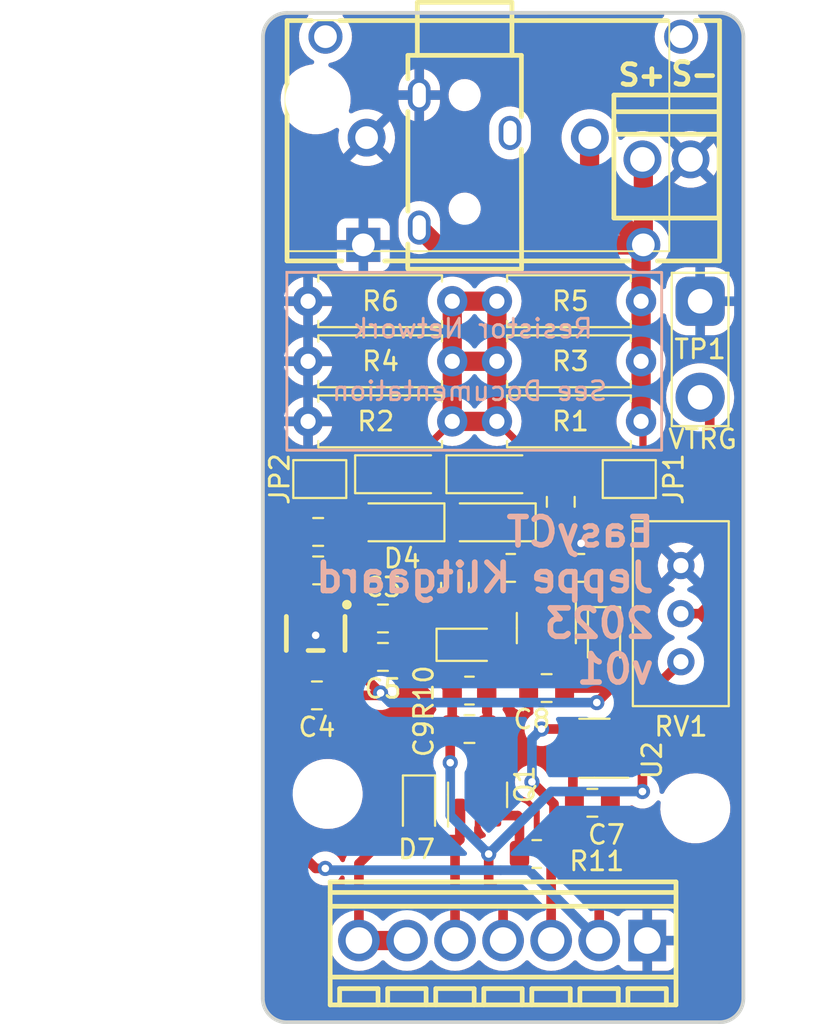
<source format=kicad_pcb>
(kicad_pcb (version 20221018) (generator pcbnew)
  (layers (0 "F.Cu" signal) (31 "B.Cu" signal) (34 "B.Paste" user) (35 "F.Paste" user) (36 "B.SilkS" user "B.Silkscreen") (37 "F.SilkS" user "F.Silkscreen") (38 "B.Mask" user) (39 "F.Mask" user) (44 "Edge.Cuts" user))
  (net 0 "")
  (net 1 "VCC")
  (net 2 "GND")
  (net 3 "+3V0")
  (net 4 "Net-(U1-BP)")
  (net 5 "S_OUT")
  (net 6 "R_B_IN")
  (net 7 "OUT_ANALOG")
  (net 9 "Net-(D1-K)")
  (net 10 "Net-(D3-A)")
  (net 11 "Net-(D5-K)")
  (net 12 "Net-(D6-A)")
  (net 13 "SW_VCC")
  (net 14 "SW_GND")
  (net 15 "OUT_DIGITAL")
  (net 16 "Net-(JP1-A)")
  (net 19 "Net-(Q1-G)")
  (net 20 "Net-(U3--)")
  (net 21 "V_TRIGGER")
  (footprint "EasyCT_Vendored:CONN-TH_XY308-2.54-7P" (layer "F.Cu") (at 104.902 70.612 180)
    (fp_text reference "J2" hide)
    (fp_text value "Screw_Terminal_01x07")
    (pad "1" thru_hole rect (at -7.62 0 180) (size 2 2.2) (drill 1.399997) (layers "*.Cu" "*.Mask") (net 2 "GND"))
    (pad "2" thru_hole circle (at -5.08 0 180) (size 2.2 2.2) (drill 1.399997) (layers "*.Cu" "*.Mask") (net 1 "VCC"))
    (pad "3" thru_hole circle (at -2.54 0 180) (size 2.2 2.2) (drill 1.399997) (layers "*.Cu" "*.Mask") (net 15 "OUT_DIGITAL"))
    (pad "4" thru_hole circle (at 0 0 180) (size 2.2 2.2) (drill 1.399997) (layers "*.Cu" "*.Mask") (net 7 "OUT_ANALOG"))
    (pad "5" thru_hole circle (at 2.54 0 180) (size 2.2 2.2) (drill 1.399997) (layers "*.Cu" "*.Mask") (net 14 "SW_GND"))
    (pad "6" thru_hole circle (at 5.08 0 180) (size 2.2 2.2) (drill 1.399997) (layers "*.Cu" "*.Mask") (net 13 "SW_VCC"))
    (pad "7" thru_hole circle (at 7.62 0 180) (size 2.2 2.2) (drill 1.399997) (layers "*.Cu" "*.Mask") (net 13 "SW_VCC"))
  )
  (footprint "Package_TO_SOT_SMD:SOT-23" (layer "F.Cu") (at 103.5535 62.9135 90)
    (fp_text reference "Q1" (at 0.5565 2.4915 270) (layer "F.SilkS"))
    (fp_text value "IRLML0040TRPbF\n")
    (pad "1" smd roundrect (at -0.9375 -0.95 90) (size 1.475 0.6) (layers "F.Cu" "F.Paste" "F.Mask") (net 14 "SW_GND"))
    (pad "2" smd roundrect (at -0.9375 0.95 90) (size 1.475 0.6) (layers "F.Cu" "F.Paste" "F.Mask") (net 19 "Net-(Q1-G)"))
    (pad "3" smd roundrect (at 0.9375 0 90) (size 1.475 0.6) (layers "F.Cu" "F.Paste" "F.Mask") (net 2 "GND"))
  )
  (footprint "Capacitor_SMD:C_0805_2012Metric" (layer "F.Cu") (at 95.128 49.022 180)
    (fp_text reference "C2" hide)
    (fp_text value "4.7μF")
    (pad "1" smd roundrect (at -0.95 0 180) (size 1 1.45) (layers "F.Cu" "F.Paste" "F.Mask") (net 2 "GND"))
    (pad "2" smd roundrect (at 0.95 0 180) (size 1 1.45) (layers "F.Cu" "F.Paste" "F.Mask") (net 1 "VCC"))
  )
  (footprint "Resistor_THT:R_Axial_DIN0207_L6.3mm_D2.5mm_P7.62mm_Horizontal" (layer "F.Cu") (at 112.194 36.83 180)
    (fp_text reference "R5" (at 3.736 0) (layer "F.SilkS"))
    (fp_text value "R")
    (pad "1" thru_hole circle (at 0 0 180) (size 1.6 1.6) (drill 0.8) (layers "*.Cu" "*.Mask") (net 6 "R_B_IN"))
    (pad "2" thru_hole oval (at 7.62 0 180) (size 1.6 1.6) (drill 0.8) (layers "*.Cu" "*.Mask") (net 16 "Net-(JP1-A)"))
  )
  (footprint "Capacitor_SMD:C_0805_2012Metric" (layer "F.Cu") (at 107.95 47.432 90)
    (fp_text reference "C6" hide)
    (fp_text value "0.1μF")
    (pad "1" smd roundrect (at -0.95 0 90) (size 1 1.45) (layers "F.Cu" "F.Paste" "F.Mask") (net 5 "S_OUT"))
    (pad "2" smd roundrect (at 0.95 0 90) (size 1 1.45) (layers "F.Cu" "F.Paste" "F.Mask") (net 6 "R_B_IN"))
  )
  (footprint "Resistor_THT:R_Axial_DIN0207_L6.3mm_D2.5mm_P7.62mm_Horizontal" (layer "F.Cu") (at 112.194 40.005 180)
    (fp_text reference "R3" (at 3.736 0) (layer "F.SilkS"))
    (fp_text value "R")
    (pad "1" thru_hole circle (at 0 0 180) (size 1.6 1.6) (drill 0.8) (layers "*.Cu" "*.Mask") (net 6 "R_B_IN"))
    (pad "2" thru_hole oval (at 7.62 0 180) (size 1.6 1.6) (drill 0.8) (layers "*.Cu" "*.Mask") (net 16 "Net-(JP1-A)"))
  )
  (footprint "Jumper:SolderJumper-2_P1.3mm_Open_TrianglePad1.0x1.5mm" (layer "F.Cu") (at 95.213 46.228)
    (fp_text reference "JP2" (at -2.122 0 90) (layer "F.SilkS"))
    (fp_text value "SolderJumper_2_Open")
    (pad "1" smd custom (at -0.725 0) (size 0.3 0.3) (layers "F.Cu" "F.Mask") (net 2 "GND") (options (clearance outline) (anchor rect)) (primitives (gr_poly (pts (xy 1 0) (xy 0.5 0.75) (xy -0.5 0.75) (xy -0.5 -0.75) (xy 0.5 -0.75)) (width 0) (fill yes))))
    (pad "2" smd custom (at 0.725 0) (size 0.3 0.3) (layers "F.Cu" "F.Mask") (net 16 "Net-(JP1-A)") (options (clearance outline) (anchor rect)) (primitives (gr_poly (pts (xy 0.5 0.75) (xy -0.65 0.75) (xy -0.15 0) (xy -0.65 -0.75) (xy 0.5 -0.75)) (width 0) (fill yes))))
  )
  (footprint "Resistor_THT:R_Axial_DIN0207_L6.3mm_D2.5mm_P7.62mm_Horizontal" (layer "F.Cu") (at 102.214 43.18 180)
    (fp_text reference "R2" (at 4.043 0) (layer "F.SilkS"))
    (fp_text value "R")
    (pad "1" thru_hole circle (at 0 0 180) (size 1.6 1.6) (drill 0.8) (layers "*.Cu" "*.Mask") (net 16 "Net-(JP1-A)"))
    (pad "2" thru_hole oval (at 7.62 0 180) (size 1.6 1.6) (drill 0.8) (layers "*.Cu" "*.Mask") (net 2 "GND"))
  )
  (footprint "Package_TO_SOT_SMD:SOT-23-5" (layer "F.Cu") (at 109.728 60.452 180)
    (fp_text reference "U2" (at -3.048 -0.635 90) (layer "F.SilkS"))
    (fp_text value "LMV321")
    (pad "1" smd roundrect (at -1.1375 -0.95 180) (size 1.325 0.6) (layers "F.Cu" "F.Paste" "F.Mask") (net 7 "OUT_ANALOG"))
    (pad "2" smd roundrect (at -1.1375 0 180) (size 1.325 0.6) (layers "F.Cu" "F.Paste" "F.Mask") (net 2 "GND"))
    (pad "3" smd roundrect (at -1.1375 0.95 180) (size 1.325 0.6) (layers "F.Cu" "F.Paste" "F.Mask") (net 21 "V_TRIGGER"))
    (pad "4" smd roundrect (at 1.1375 0.95 180) (size 1.325 0.6) (layers "F.Cu" "F.Paste" "F.Mask") (net 15 "OUT_DIGITAL"))
    (pad "5" smd roundrect (at 1.1375 -0.95 180) (size 1.325 0.6) (layers "F.Cu" "F.Paste" "F.Mask") (net 1 "VCC"))
  )
  (footprint "Resistor_SMD:R_0805_2012Metric" (layer "F.Cu") (at 108.966 50.9215 180)
    (fp_text reference "R7" hide)
    (fp_text value "47K")
    (pad "1" smd roundrect (at -0.9125 0 180) (size 1.025 1.4) (layers "F.Cu" "F.Paste" "F.Mask") (roundrect_rratio 0.243902439) (net 5 "S_OUT"))
    (pad "2" smd roundrect (at 0.9125 0 180) (size 1.025 1.4) (layers "F.Cu" "F.Paste" "F.Mask") (roundrect_rratio 0.243902439) (net 11 "Net-(D5-K)"))
  )
  (footprint "EasyCT_Vendored:XFMR-TH_ZMCT118F" (layer "F.Cu") (at 104.914 28.353)
    (fp_text reference "L2" hide)
    (fp_text value "ZMCT118F")
    (pad "1" thru_hole rect (at -7.4 5.5) (size 1.8 1.8) (drill 1.199998) (layers "*.Cu" "*.Paste" "*.Mask") (net 2 "GND"))
    (pad "2" thru_hole circle (at 7.4 5.5) (size 1.8 1.8) (drill 1.199998) (layers "*.Cu" "*.Paste" "*.Mask") (net 6 "R_B_IN"))
    (pad "3" thru_hole circle (at 9.4 -5.5) (size 1.8 1.8) (drill 1.199998) (layers "*.Cu" "*.Paste" "*.Mask"))
    (pad "4" thru_hole circle (at -9.4 -5.5) (size 1.8 1.8) (drill 1.199998) (layers "*.Cu" "*.Paste" "*.Mask"))
  )
  (footprint "Capacitor_SMD:C_0805_2012Metric" (layer "F.Cu") (at 107.2032 57.2715 180)
    (fp_text reference "C8" (at 0.7772 -1.6565) (layer "F.SilkS"))
    (fp_text value "100nF")
    (pad "1" smd roundrect (at -0.95 0 180) (size 1 1.45) (layers "F.Cu" "F.Paste" "F.Mask") (net 3 "+3V0"))
    (pad "2" smd roundrect (at 0.95 0 180) (size 1 1.45) (layers "F.Cu" "F.Paste" "F.Mask") (net 2 "GND"))
  )
  (footprint "EasyCT_Vendored:AUDIO-TH_HOOYA_PJ-320" (layer "F.Cu") (at 102.87 29.44 -90)
    (fp_text reference "CN1" hide)
    (fp_text value "SCT013")
    (pad "" np_thru_hole circle (at -3.5 0 270) (size 1.2 1.2) (drill 1.2) (layers "F&B.Cu" "*.Mask"))
    (pad "" np_thru_hole circle (at 2.5 0 270) (size 1.2 1.2) (drill 1.2) (layers "F&B.Cu" "*.Mask"))
    (pad "2" thru_hole oval (at -1.5 -2.4 180) (size 1.2 1.8) (drill oval 0.700024 1.300023) (layers "*.Cu" "*.Paste" "*.Mask"))
    (pad "3" thru_hole oval (at -3.5 2.4 180) (size 1.2 1.8) (drill oval 0.700024 1.300023) (layers "*.Cu" "*.Paste" "*.Mask") (net 2 "GND"))
    (pad "4" thru_hole oval (at 3.5 2.4 180) (size 1.2 1.8) (drill oval 0.700024 1.300023) (layers "*.Cu" "*.Paste" "*.Mask") (net 6 "R_B_IN"))
  )
  (footprint "Capacitor_SMD:C_0805_2012Metric" (layer "F.Cu") (at 109.6217 63.3324)
    (fp_text reference "C7" (at 0.7413 1.6916) (layer "F.SilkS"))
    (fp_text value "100nF")
    (pad "1" smd roundrect (at -0.95 0) (size 1 1.45) (layers "F.Cu" "F.Paste" "F.Mask") (net 1 "VCC"))
    (pad "2" smd roundrect (at 0.95 0) (size 1 1.45) (layers "F.Cu" "F.Paste" "F.Mask") (net 2 "GND"))
  )
  (footprint "EasyCT:Current_Transformer_CT_ZMCT103C" (layer "F.Cu") (at 94.488 22.987)
    (fp_text reference "L1" hide)
    (fp_text value "ZMCT103C")
    (pad "1" thru_hole circle (at 3.2 5.2) (size 2 2) (drill 1.2) (layers "*.Cu" "*.Mask") (net 2 "GND"))
    (pad "2" thru_hole circle (at 15 5.2) (size 2 2) (drill 1.2) (layers "*.Cu" "*.Mask") (net 6 "R_B_IN"))
  )
  (footprint "Diode_SMD:D_SOD-323" (layer "F.Cu") (at 110.236 54.6055 -90)
    (fp_text reference "D5" hide)
    (fp_text value "1N5819W")
    (pad "1" smd roundrect (at -1.05 0 270) (size 0.6 0.45) (layers "F.Cu" "F.Paste" "F.Mask") (net 11 "Net-(D5-K)"))
    (pad "2" smd roundrect (at 1.05 0 270) (size 0.6 0.45) (layers "F.Cu" "F.Paste" "F.Mask") (net 2 "GND"))
  )
  (footprint "Resistor_SMD:R_0805_2012Metric" (layer "F.Cu") (at 105.3065 50.9215 180)
    (fp_text reference "R8" hide)
    (fp_text value "47K")
    (pad "1" smd roundrect (at -0.9125 0 180) (size 1.025 1.4) (layers "F.Cu" "F.Paste" "F.Mask") (roundrect_rratio 0.243902439) (net 2 "GND"))
    (pad "2" smd roundrect (at 0.9125 0 180) (size 1.025 1.4) (layers "F.Cu" "F.Paste" "F.Mask") (roundrect_rratio 0.243902439) (net 20 "Net-(U3--)"))
  )
  (footprint "TestPoint:TestPoint_2Pads_Pitch5.08mm_Drill1.3mm" (layer "F.Cu") (at 115.316 36.83 -90)
    (fp_text reference "TP1" (at 2.54 0 -180) (layer "F.SilkS"))
    (fp_text value "TestPoint_2Pole")
    (pad "1" thru_hole roundrect (at 0 0 270) (size 2.6 2.6) (drill 1.3) (layers "*.Cu" "*.Mask") (net 2 "GND"))
    (pad "2" thru_hole circle (at 5.08 0 270) (size 2.6 2.6) (drill 1.3) (layers "*.Cu" "*.Mask") (net 21 "V_TRIGGER"))
  )
  (footprint "Diode_SMD:D_SOD-123" (layer "F.Cu") (at 104.267 45.974)
    (fp_text reference "D1" hide)
    (fp_text value "1N4148")
    (pad "1" smd roundrect (at -1.65 0) (size 0.9 1.2) (layers "F.Cu" "F.Paste" "F.Mask") (net 9 "Net-(D1-K)"))
    (pad "2" smd roundrect (at 1.65 0) (size 0.9 1.2) (layers "F.Cu" "F.Paste" "F.Mask") (net 6 "R_B_IN"))
  )
  (footprint "Package_TO_SOT_SMD:SOT-23-5" (layer "F.Cu") (at 107.188 54.102 -90)
    (fp_text reference "U3" hide)
    (fp_text value "LMV321")
    (pad "1" smd roundrect (at -1.1375 -0.95 270) (size 1.325 0.6) (layers "F.Cu" "F.Paste" "F.Mask") (net 11 "Net-(D5-K)"))
    (pad "2" smd roundrect (at -1.1375 0 270) (size 1.325 0.6) (layers "F.Cu" "F.Paste" "F.Mask") (net 2 "GND"))
    (pad "3" smd roundrect (at -1.1375 0.95 270) (size 1.325 0.6) (layers "F.Cu" "F.Paste" "F.Mask") (net 20 "Net-(U3--)"))
    (pad "4" smd roundrect (at 1.1375 0.95 270) (size 1.325 0.6) (layers "F.Cu" "F.Paste" "F.Mask") (net 12 "Net-(D6-A)"))
    (pad "5" smd roundrect (at 1.1375 -0.95 270) (size 1.325 0.6) (layers "F.Cu" "F.Paste" "F.Mask") (net 3 "+3V0"))
  )
  (footprint "EasyCT_Vendored:SOT-23-5_L3.0-W1.7-P0.95-LS2.8-BR" (layer "F.Cu") (at 94.996 54.386 90)
    (fp_text reference "U1" hide)
    (fp_text value "RT9193-30GB")
    (pad "1" smd rect (at 1.3 0.95 90) (size 1 0.6) (layers "F.Cu" "F.Paste" "F.Mask") (net 1 "VCC"))
    (pad "2" smd rect (at 1.3 0 90) (size 1 0.6) (layers "F.Cu" "F.Paste" "F.Mask") (net 2 "GND"))
    (pad "3" smd rect (at 1.3 -0.95 90) (size 1 0.6) (layers "F.Cu" "F.Paste" "F.Mask") (net 1 "VCC"))
    (pad "4" smd rect (at -1.3 -0.95 90) (size 1 0.6) (layers "F.Cu" "F.Paste" "F.Mask") (net 4 "Net-(U1-BP)"))
    (pad "5" smd rect (at -1.3 0.95 90) (size 1 0.6) (layers "F.Cu" "F.Paste" "F.Mask") (net 3 "+3V0"))
  )
  (footprint "Capacitor_SMD:C_0805_2012Metric" (layer "F.Cu") (at 103.124 59.436)
    (fp_text reference "C9" (at -2.413 0.508 90) (layer "F.SilkS"))
    (fp_text value "10μF")
    (pad "1" smd roundrect (at -0.95 0) (size 1 1.45) (layers "F.Cu" "F.Paste" "F.Mask") (net 7 "OUT_ANALOG"))
    (pad "2" smd roundrect (at 0.95 0) (size 1 1.45) (layers "F.Cu" "F.Paste" "F.Mask") (net 2 "GND"))
  )
  (footprint "Capacitor_SMD:C_0805_2012Metric" (layer "F.Cu") (at 95.128 51.054 180)
    (fp_text reference "C1" hide)
    (fp_text value "100nF")
    (pad "1" smd roundrect (at -0.95 0 180) (size 1 1.45) (layers "F.Cu" "F.Paste" "F.Mask") (net 2 "GND"))
    (pad "2" smd roundrect (at 0.95 0 180) (size 1 1.45) (layers "F.Cu" "F.Paste" "F.Mask") (net 1 "VCC"))
  )
  (footprint "Resistor_THT:R_Axial_DIN0207_L6.3mm_D2.5mm_P7.62mm_Horizontal" (layer "F.Cu") (at 102.214 36.83 180)
    (fp_text reference "R6" (at 3.789 0) (layer "F.SilkS"))
    (fp_text value "R")
    (pad "1" thru_hole circle (at 0 0 180) (size 1.6 1.6) (drill 0.8) (layers "*.Cu" "*.Mask") (net 16 "Net-(JP1-A)"))
    (pad "2" thru_hole oval (at 7.62 0 180) (size 1.6 1.6) (drill 0.8) (layers "*.Cu" "*.Mask") (net 2 "GND"))
  )
  (footprint "Diode_SMD:D_SOD-123" (layer "F.Cu") (at 104.265 48.514 180)
    (fp_text reference "D3" hide)
    (fp_text value "1N4148")
    (pad "1" smd roundrect (at -1.65 0 180) (size 0.9 1.2) (layers "F.Cu" "F.Paste" "F.Mask") (net 6 "R_B_IN"))
    (pad "2" smd roundrect (at 1.65 0 180) (size 0.9 1.2) (layers "F.Cu" "F.Paste" "F.Mask") (net 10 "Net-(D3-A)"))
  )
  (footprint "Capacitor_SMD:C_0805_2012Metric" (layer "F.Cu") (at 95.062 57.658 180)
    (fp_text reference "C4" (at 0 -1.68) (layer "F.SilkS"))
    (fp_text value "10nF")
    (pad "1" smd roundrect (at -0.95 0 180) (size 1 1.45) (layers "F.Cu" "F.Paste" "F.Mask") (net 3 "+3V0"))
    (pad "2" smd roundrect (at 0.95 0 180) (size 1 1.45) (layers "F.Cu" "F.Paste" "F.Mask") (net 4 "Net-(U1-BP)"))
  )
  (footprint "Diode_SMD:D_SOD-123" (layer "F.Cu") (at 99.442 45.974)
    (fp_text reference "D2" hide)
    (fp_text value "1N4148")
    (pad "1" smd roundrect (at -1.65 0) (size 0.9 1.2) (layers "F.Cu" "F.Paste" "F.Mask") (net 2 "GND"))
    (pad "2" smd roundrect (at 1.65 0) (size 0.9 1.2) (layers "F.Cu" "F.Paste" "F.Mask") (net 9 "Net-(D1-K)"))
  )
  (footprint "Resistor_SMD:R_0805_2012Metric" (layer "F.Cu") (at 106.68 66.04 180)
    (fp_text reference "R11" (at -3.175 -0.381) (layer "F.SilkS"))
    (fp_text value "1K")
    (pad "1" smd roundrect (at -0.9125 0 180) (size 1.025 1.4) (layers "F.Cu" "F.Paste" "F.Mask") (roundrect_rratio 0.243902439) (net 15 "OUT_DIGITAL"))
    (pad "2" smd roundrect (at 0.9125 0 180) (size 1.025 1.4) (layers "F.Cu" "F.Paste" "F.Mask") (roundrect_rratio 0.243902439) (net 19 "Net-(Q1-G)"))
  )
  (footprint "Diode_SMD:D_SOD-323" (layer "F.Cu") (at 100.457 63.5 -90)
    (fp_text reference "D7" (at 2.286 0.127) (layer "F.SilkS"))
    (fp_text value "1N5819W")
    (pad "1" smd roundrect (at -1.05 0 270) (size 0.6 0.45) (layers "F.Cu" "F.Paste" "F.Mask") (net 13 "SW_VCC"))
    (pad "2" smd roundrect (at 1.05 0 270) (size 0.6 0.45) (layers "F.Cu" "F.Paste" "F.Mask") (net 14 "SW_GND"))
  )
  (footprint "Resistor_THT:R_Axial_DIN0207_L6.3mm_D2.5mm_P7.62mm_Horizontal" (layer "F.Cu") (at 112.194 43.18 180)
    (fp_text reference "R1" (at 3.736 0) (layer "F.SilkS"))
    (fp_text value "R")
    (pad "1" thru_hole circle (at 0 0 180) (size 1.6 1.6) (drill 0.8) (layers "*.Cu" "*.Mask") (net 6 "R_B_IN"))
    (pad "2" thru_hole oval (at 7.62 0 180) (size 1.6 1.6) (drill 0.8) (layers "*.Cu" "*.Mask") (net 16 "Net-(JP1-A)"))
  )
  (footprint "Potentiometer_THT:Potentiometer_Bourns_3296W_Vertical" (layer "F.Cu") (at 114.3 55.88 -90)
    (fp_text reference "RV1" (at 3.429 0) (layer "F.SilkS"))
    (fp_text value "200K")
    (pad "1" thru_hole circle (at 0 0 270) (size 1.44 1.44) (drill 0.8) (layers "*.Cu" "*.Mask") (net 3 "+3V0"))
    (pad "2" thru_hole circle (at -2.54 0 270) (size 1.44 1.44) (drill 0.8) (layers "*.Cu" "*.Mask") (net 21 "V_TRIGGER"))
    (pad "3" thru_hole circle (at -5.08 0 270) (size 1.44 1.44) (drill 0.8) (layers "*.Cu" "*.Mask") (net 2 "GND"))
  )
  (footprint "Capacitor_SMD:C_0805_2012Metric" (layer "F.Cu") (at 98.552 53.594 180)
    (fp_text reference "C3" (at 0 1.651) (layer "F.SilkS"))
    (fp_text value "100nF")
    (pad "1" smd roundrect (at -0.95 0 180) (size 1 1.45) (layers "F.Cu" "F.Paste" "F.Mask") (net 2 "GND"))
    (pad "2" smd roundrect (at 0.95 0 180) (size 1 1.45) (layers "F.Cu" "F.Paste" "F.Mask") (net 3 "+3V0"))
  )
  (footprint "MountingHole:MountingHole_3.2mm_M3" (layer "F.Cu") (at 115.062 63.627)
    (fp_text reference "H2" hide)
    (fp_text value "MountingHole")
    (pad "" np_thru_hole circle (at 0 0) (size 3.2 3.2) (drill 3.2) (layers "*.Cu" "*.Mask"))
  )
  (footprint "MountingHole:MountingHole_3.2mm_M3" (layer "F.Cu") (at 94.996 26.162)
    (fp_text reference "H1" hide)
    (fp_text value "MountingHole")
    (pad "" np_thru_hole circle (at 0 0) (size 3.2 3.2) (drill 3.2) (layers "*.Cu" "*.Mask"))
  )
  (footprint "Resistor_SMD:R_0805_2012Metric" (layer "F.Cu") (at 103.124 57.404)
    (fp_text reference "R10" (at -2.413 0.127 90) (layer "F.SilkS"))
    (fp_text value "1M")
    (pad "1" smd roundrect (at -0.9125 0) (size 1.025 1.4) (layers "F.Cu" "F.Paste" "F.Mask") (roundrect_rratio 0.243902439) (net 7 "OUT_ANALOG"))
    (pad "2" smd roundrect (at 0.9125 0) (size 1.025 1.4) (layers "F.Cu" "F.Paste" "F.Mask") (roundrect_rratio 0.243902439) (net 2 "GND"))
  )
  (footprint "EasyCT_Vendored:CONN-TH_XY308-2.54-2P" (layer "F.Cu") (at 113.538 29.337)
    (fp_text reference "J1" hide)
    (fp_text value "Screw_Terminal_01x02")
    (pad "1" thru_hole circle (at -1.27 0) (size 2 2) (drill 1.300023) (layers "*.Cu" "*.Mask") (net 6 "R_B_IN"))
    (pad "2" thru_hole circle (at 1.27 0) (size 2 2) (drill 1.300023) (layers "*.Cu" "*.Mask") (net 2 "GND"))
  )
  (footprint "MountingHole:MountingHole_3.2mm_M3" (layer "F.Cu") (at 95.631 62.865)
    (fp_text reference "H3" hide)
    (fp_text value "MountingHole")
    (pad "" np_thru_hole circle (at 0 0) (size 3.2 3.2) (drill 3.2) (layers "*.Cu" "*.Mask"))
  )
  (footprint "Resistor_SMD:R_0805_2012Metric" (layer "F.Cu") (at 102.362 51.9375 -90)
    (fp_text reference "R9" hide)
    (fp_text value "47K")
    (pad "1" smd roundrect (at -0.9125 0 270) (size 1.025 1.4) (layers "F.Cu" "F.Paste" "F.Mask") (roundrect_rratio 0.243902439) (net 20 "Net-(U3--)"))
    (pad "2" smd roundrect (at 0.9125 0 270) (size 1.025 1.4) (layers "F.Cu" "F.Paste" "F.Mask") (roundrect_rratio 0.243902439) (net 7 "OUT_ANALOG"))
  )
  (footprint "Capacitor_SMD:C_0805_2012Metric" (layer "F.Cu") (at 98.552 55.626 180)
    (fp_text reference "C5" (at 0 -1.68) (layer "F.SilkS"))
    (fp_text value "4.7μF")
    (pad "1" smd roundrect (at -0.95 0 180) (size 1 1.45) (layers "F.Cu" "F.Paste" "F.Mask") (net 2 "GND"))
    (pad "2" smd roundrect (at 0.95 0 180) (size 1 1.45) (layers "F.Cu" "F.Paste" "F.Mask") (net 3 "+3V0"))
  )
  (footprint "Resistor_THT:R_Axial_DIN0207_L6.3mm_D2.5mm_P7.62mm_Horizontal" (layer "F.Cu") (at 102.214 40.005 180)
    (fp_text reference "R4" (at 3.789 0) (layer "F.SilkS"))
    (fp_text value "R")
    (pad "1" thru_hole circle (at 0 0 180) (size 1.6 1.6) (drill 0.8) (layers "*.Cu" "*.Mask") (net 16 "Net-(JP1-A)"))
    (pad "2" thru_hole oval (at 7.62 0 180) (size 1.6 1.6) (drill 0.8) (layers "*.Cu" "*.Mask") (net 2 "GND"))
  )
  (footprint "Diode_SMD:D_SOD-123" (layer "F.Cu") (at 99.44 48.514 180)
    (fp_text reference "D4" (at -0.128 -1.905) (layer "F.SilkS"))
    (fp_text value "1N4148")
    (pad "1" smd roundrect (at -1.65 0 180) (size 0.9 1.2) (layers "F.Cu" "F.Paste" "F.Mask") (net 10 "Net-(D3-A)"))
    (pad "2" smd roundrect (at 1.65 0 180) (size 0.9 1.2) (layers "F.Cu" "F.Paste" "F.Mask") (net 2 "GND"))
  )
  (footprint "Diode_SMD:D_SOD-323" (layer "F.Cu") (at 102.996 54.9855)
    (fp_text reference "D6" hide)
    (fp_text value "1N5819W")
    (pad "1" smd roundrect (at -1.05 0) (size 0.6 0.45) (layers "F.Cu" "F.Paste" "F.Mask") (net 7 "OUT_ANALOG"))
    (pad "2" smd roundrect (at 1.05 0) (size 0.6 0.45) (layers "F.Cu" "F.Paste" "F.Mask") (net 12 "Net-(D6-A)"))
  )
  (footprint "Jumper:SolderJumper-2_P1.3mm_Open_TrianglePad1.0x1.5mm" (layer "F.Cu") (at 111.5706 46.228)
    (fp_text reference "JP1" (at 2.3484 0 90) (layer "F.SilkS"))
    (fp_text value "SolderJumper_2_Open")
    (pad "1" smd custom (at -0.725 0) (size 0.3 0.3) (layers "F.Cu" "F.Mask") (net 16 "Net-(JP1-A)") (options (clearance outline) (anchor rect)) (primitives (gr_poly (pts (xy 1 0) (xy 0.5 0.75) (xy -0.5 0.75) (xy -0.5 -0.75) (xy 0.5 -0.75)) (width 0) (fill yes))))
    (pad "2" smd custom (at 0.725 0) (size 0.3 0.3) (layers "F.Cu" "F.Mask") (net 6 "R_B_IN") (options (clearance outline) (anchor rect)) (primitives (gr_poly (pts (xy 0.5 0.75) (xy -0.65 0.75) (xy -0.15 0) (xy -0.65 -0.75) (xy 0.5 -0.75)) (width 0) (fill yes))))
  )
  (gr_rect (start 93.472 35.306) (end 113.284 44.704) (stroke (width 0.15)) (fill none) (layer "B.SilkS"))
  (gr_line (start 92.202 73.66) (end 92.211026 22.869026) (stroke (width 0.2)) (layer "Edge.Cuts"))
  (gr_arc (start 92.211026 22.869026) (mid 92.583 21.971) (end 93.481026 21.599026) (stroke (width 0.2)) (layer "Edge.Cuts"))
  (gr_line (start 93.481026 21.599026) (end 116.332 21.59) (stroke (width 0.2)) (layer "Edge.Cuts"))
  (gr_line (start 117.602 22.86) (end 117.602 73.66) (stroke (width 0.2)) (layer "Edge.Cuts"))
  (gr_arc (start 117.602 73.66) (mid 117.230026 74.558026) (end 116.332 74.93) (stroke (width 0.2)) (layer "Edge.Cuts"))
  (gr_line (start 116.332 74.93) (end 93.472 74.93) (stroke (width 0.2)) (layer "Edge.Cuts"))
  (gr_arc (start 93.472 74.93) (mid 92.573974 74.558026) (end 92.202 73.66) (stroke (width 0.2)) (layer "Edge.Cuts"))
  (gr_arc (start 116.332 21.59) (mid 117.230026 21.961974) (end 117.602 22.86) (stroke (width 0.2)) (layer "Edge.Cuts"))
  (gr_text "Resistor Network\n" (at 109.728 38.862) (layer "B.SilkS") (effects (font (size 1 1)) (justify left bottom mirror)))
  (gr_text "EasyCT\nJeppe Klitgaard\n2023\nv01" (at 113.03 57.15) (layer "B.SilkS") (effects (font (size 1.5 1.5) (thickness 0.3) bold) (justify left bottom mirror)))
  (gr_text "See Documentation" (at 110.49 42.164) (layer "B.SilkS") (effects (font (size 1 1)) (justify left bottom mirror)))
  (gr_text "VTRG" (at 113.538 44.704) (layer "F.SilkS") (effects (font (size 1 1)) (justify left bottom)))
  (gr_text "S-" (at 113.665 25.527) (layer "F.SilkS") (effects (font (size 1.2 1.1) (thickness 0.25) bold) (justify left bottom)))
  (gr_text "S+" (at 110.871 25.527) (layer "F.SilkS") (effects (font (size 1.1 1.1) (thickness 0.25) bold) (justify left bottom)))
  (segment (start 108.5905 62.23) (end 108.5905 63.2512) (width 0.508) (layer "F.Cu") (net 1))
  (segment (start 108.6717 64.7297) (end 108.6717 63.3324) (width 0.508) (layer "F.Cu") (net 1))
  (segment (start 92.964 53.086) (end 92.964 51.054) (width 0.508) (layer "F.Cu") (net 1))
  (segment (start 92.964 59.182) (end 92.964 64.77) (width 0.508) (layer "F.Cu") (net 1))
  (segment (start 95.946 53.086) (end 95.946 52.205) (width 0.381) (layer "F.Cu") (net 1))
  (segment (start 94.0555 52.1955) (end 94.046 52.205) (width 0.381) (layer "F.Cu") (net 1))
  (segment (start 108.5905 63.2512) (end 108.6717 63.3324) (width 0.508) (layer "F.Cu") (net 1))
  (segment (start 92.964 51.054) (end 92.964 49.53) (width 0.508) (layer "F.Cu") (net 1))
  (segment (start 94.046 52.205) (end 94.046 53.086) (width 0.381) (layer "F.Cu") (net 1))
  (segment (start 109.982 66.04) (end 108.6717 64.7297) (width 0.508) (layer "F.Cu") (net 1))
  (segment (start 92.964 64.77) (end 94.996 66.802) (width 0.508) (layer "F.Cu") (net 1))
  (segment (start 92.964 49.53) (end 93.472 49.022) (width 0.508) (layer "F.Cu") (net 1))
  (segment (start 92.964 59.182) (end 92.964 53.086) (width 0.508) (layer "F.Cu") (net 1))
  (segment (start 94.996 66.802) (end 95.504 66.802) (width 0.508) (layer "F.Cu") (net 1))
  (segment (start 108.5905 61.402) (end 108.5905 62.23) (width 0.508) (layer "F.Cu") (net 1))
  (segment (start 95.9365 52.1955) (end 94.0555 52.1955) (width 0.381) (layer "F.Cu") (net 1))
  (segment (start 94.178 51.054) (end 92.964 51.054) (width 0.508) (layer "F.Cu") (net 1))
  (segment (start 94.046 53.086) (end 92.964 53.086) (width 0.508) (layer "F.Cu") (net 1))
  (segment (start 109.982 70.612) (end 109.982 66.04) (width 0.508) (layer "F.Cu") (net 1))
  (segment (start 95.946 52.205) (end 95.9365 52.1955) (width 0.381) (layer "F.Cu") (net 1))
  (segment (start 93.472 49.022) (end 94.178 49.022) (width 0.508) (layer "F.Cu") (net 1))
  (via (at 95.504 66.802) (size 0.8) (drill 0.4) (layers "F.Cu" "B.Cu") (net 1))
  (segment (start 104.775 66.894) (end 106.264 66.894) (width 0.508) (layer "B.Cu") (net 1))
  (segment (start 95.596 66.894) (end 104.775 66.894) (width 0.508) (layer "B.Cu") (net 1))
  (segment (start 95.504 66.802) (end 95.596 66.894) (width 0.508) (layer "B.Cu") (net 1))
  (segment (start 106.264 66.894) (end 109.982 70.612) (width 0.508) (layer "B.Cu") (net 1))
  (segment (start 106.219 50.9215) (end 107.514984 49.625516) (width 0.508) (layer "F.Cu") (net 2))
  (segment (start 107.779815 54.123) (end 108.538185 54.123) (width 0.508) (layer "F.Cu") (net 2))
  (segment (start 107.188 52.9645) (end 107.188 53.531185) (width 0.508) (layer "F.Cu") (net 2))
  (segment (start 107.188 53.531185) (end 107.779815 54.123) (width 0.508) (layer "F.Cu") (net 2))
  (segment (start 110.070685 55.6555) (end 108.538185 54.123) (width 0.508) (layer "F.Cu") (net 2))
  (segment (start 107.188 51.8905) (end 106.219 50.9215) (width 0.508) (layer "F.Cu") (net 2))
  (segment (start 94.996 53.086) (end 94.996 54.483) (width 0.508) (layer "F.Cu") (net 2))
  (segment (start 107.514984 49.625516) (end 109.025 49.625516) (width 0.508) (layer "F.Cu") (net 2))
  (segment (start 107.188 52.9645) (end 107.188 51.8905) (width 0.508) (layer "F.Cu") (net 2))
  (segment (start 110.236 55.6555) (end 110.070685 55.6555) (width 0.508) (layer "F.Cu") (net 2))
  (via (at 109.025 49.625516) (size 0.8) (drill 0.4) (layers "F.Cu" "B.Cu") (net 2))
  (via (at 94.996 54.483) (size 0.8) (drill 0.4) (layers "F.Cu" "B.Cu") (net 2))
  (segment (start 108.1532 57.2715) (end 108.1532 55.2547) (width 0.508) (layer "F.Cu") (net 3))
  (segment (start 112.9085 57.2715) (end 110.6225 57.2715) (width 0.508) (layer "F.Cu") (net 3))
  (segment (start 95.946 55.686) (end 95.946 57.592) (width 0.508) (layer "F.Cu") (net 3))
  (segment (start 97.602 56.708) (end 98.425 57.531) (width 0.508) (layer "F.Cu") (net 3))
  (segment (start 97.602 55.626) (end 96.006 55.626) (width 0.508) (layer "F.Cu") (net 3))
  (segment (start 97.602 53.594) (end 97.602 55.626) (width 0.508) (layer "F.Cu") (net 3))
  (segment (start 96.012 57.216) (end 97.602 55.626) (width 0.508) (layer "F.Cu") (net 3))
  (segment (start 110.6225 57.2715) (end 109.855 58.039) (width 0.508) (layer "F.Cu") (net 3))
  (segment (start 96.012 57.658) (end 98.298 57.658) (width 0.508) (layer "F.Cu") (net 3))
  (segment (start 97.602 55.626) (end 97.602 56.708) (width 0.508) (layer "F.Cu") (net 3))
  (segment (start 112.9085 57.2715) (end 108.1532 57.2715) (width 0.508) (layer "F.Cu") (net 3))
  (segment (start 96.006 55.626) (end 95.946 55.686) (width 0.508) (layer "F.Cu") (net 3))
  (segment (start 114.3 55.88) (end 112.9085 57.2715) (width 0.508) (layer "F.Cu") (net 3))
  (segment (start 108.1532 55.2547) (end 108.138 55.2395) (width 0.508) (layer "F.Cu") (net 3))
  (segment (start 96.012 57.658) (end 96.012 57.216) (width 0.508) (layer "F.Cu") (net 3))
  (segment (start 98.298 57.658) (end 98.425 57.531) (width 0.508) (layer "F.Cu") (net 3))
  (segment (start 95.946 57.592) (end 96.012 57.658) (width 0.508) (layer "F.Cu") (net 3))
  (via (at 109.855 58.039) (size 0.8) (drill 0.4) (layers "F.Cu" "B.Cu") (net 3))
  (via (at 98.425 57.531) (size 0.8) (drill 0.4) (layers "F.Cu" "B.Cu") (net 3))
  (segment (start 109.855 58.039) (end 98.933 58.039) (width 0.508) (layer "B.Cu") (net 3))
  (segment (start 98.933 58.039) (end 98.425 57.531) (width 0.508) (layer "B.Cu") (net 3))
  (segment (start 94.046 55.686) (end 94.046 57.592) (width 0.508) (layer "F.Cu") (net 4))
  (segment (start 94.046 57.592) (end 94.112 57.658) (width 0.508) (layer "F.Cu") (net 4))
  (segment (start 109.088 48.382) (end 107.95 48.382) (width 0.508) (layer "F.Cu") (net 5))
  (segment (start 109.8785 49.1725) (end 109.088 48.382) (width 0.508) (layer "F.Cu") (net 5))
  (segment (start 109.8785 50.9215) (end 109.8785 49.1725) (width 0.508) (layer "F.Cu") (net 5))
  (segment (start 105.915 48.514) (end 105.915 45.976) (width 0.508) (layer "F.Cu") (net 6))
  (segment (start 112.194 40.005) (end 112.194 43.18) (width 1.016) (layer "F.Cu") (net 6))
  (segment (start 112.2956 46.228) (end 112.2956 43.2816) (width 0.381) (layer "F.Cu") (net 6))
  (segment (start 105.917 45.974) (end 107.442 45.974) (width 0.508) (layer "F.Cu") (net 6))
  (segment (start 105.915 48.009) (end 107.442 46.482) (width 0.508) (layer "F.Cu") (net 6))
  (segment (start 112.194 36.83) (end 112.194 33.966) (width 1.016) (layer "F.Cu") (net 6))
  (segment (start 111.76 47.752) (end 112.2996 47.2124) (width 0.508) (layer "F.Cu") (net 6))
  (segment (start 107.442 45.974) (end 107.95 46.482) (width 0.508) (layer "F.Cu") (net 6))
  (segment (start 112.194 36.83) (end 112.194 40.005) (width 1.016) (layer "F.Cu") (net 6))
  (segment (start 112.314 33.853) (end 112.314 29.383) (width 1.016) (layer "F.Cu") (net 6))
  (segment (start 109.22 33.86) (end 110.49 33.86) (width 1.016) (layer "F.Cu") (net 6))
  (segment (start 105.915 45.976) (end 105.917 45.974) (width 0.508) (layer "F.Cu") (net 6))
  (segment (start 112.314 29.383) (end 112.268 29.337) (width 1.016) (layer "F.Cu") (net 6))
  (segment (start 112.2996 47.2124) (end 112.2996 46.228) (width 0.508) (layer "F.Cu") (net 6))
  (segment (start 101.39 33.86) (end 109.22 33.86) (width 1.016) (layer "F.Cu") (net 6))
  (segment (start 108.189264 46.482) (end 109.459264 47.752) (width 0.508) (layer "F.Cu") (net 6))
  (segment (start 109.459264 47.752) (end 111.76 47.752) (width 0.508) (layer "F.Cu") (net 6))
  (segment (start 107.95 46.482) (end 108.189264 46.482) (width 0.508) (layer "F.Cu") (net 6))
  (segment (start 109.474 31.034) (end 112.3 33.86) (width 1.016) (layer "F.Cu") (net 6))
  (segment (start 109.474 28.194) (end 109.474 31.034) (width 1.016) (layer "F.Cu") (net 6))
  (segment (start 110.49 33.86) (end 112.3 33.86) (width 1.016) (layer "F.Cu") (net 6))
  (segment (start 107.442 46.482) (end 107.95 46.482) (width 0.508) (layer "F.Cu") (net 6))
  (segment (start 105.915 48.514) (end 105.915 48.009) (width 0.508) (layer "F.Cu") (net 6))
  (segment (start 112.2956 43.2816) (end 112.194 43.18) (width 0.381) (layer "F.Cu") (net 6))
  (segment (start 100.47 32.94) (end 101.39 33.86) (width 1.016) (layer "F.Cu") (net 6))
  (segment (start 112.268 61.722) (end 111.948 61.402) (width 0.508) (layer "F.Cu") (net 7))
  (segment (start 102.108 57.404) (end 101.346 56.642) (width 0.508) (layer "F.Cu") (net 7))
  (segment (start 102.362 52.85) (end 101.836 52.85) (width 0.508) (layer "F.Cu") (net 7))
  (segment (start 101.346 53.34) (end 101.346 54.9855) (width 0.508) (layer "F.Cu") (net 7))
  (segment (start 111.948 61.402) (end 110.8655 61.402) (width 0.508) (layer "F.Cu") (net 7))
  (segment (start 101.346 56.642) (end 101.346 54.9855) (width 0.508) (layer "F.Cu") (net 7))
  (segment (start 102.2115 57.404) (end 102.2115 59.3985) (width 0.508) (layer "F.Cu") (net 7))
  (segment (start 104.902 68.326) (end 104.14 67.564) (width 0.508) (layer "F.Cu") (net 7))
  (segment (start 101.836 52.85) (end 101.346 53.34) (width 0.508) (layer "F.Cu") (net 7))
  (segment (start 102.2115 59.3985) (end 102.174 59.436) (width 0.508) (layer "F.Cu") (net 7))
  (segment (start 102.2115 57.404) (end 102.108 57.404) (width 0.508) (layer "F.Cu") (net 7))
  (segment (start 101.946 54.9855) (end 101.346 54.9855) (width 0.508) (layer "F.Cu") (net 7))
  (segment (start 112.268 62.738) (end 112.268 61.722) (width 0.508) (layer "F.Cu") (net 7))
  (segment (start 102.108 59.502) (end 102.174 59.436) (width 0.508) (layer "F.Cu") (net 7))
  (segment (start 102.108 61.214) (end 102.108 59.502) (width 0.508) (layer "F.Cu") (net 7))
  (segment (start 104.14 67.564) (end 104.14 66.04) (width 0.508) (layer "F.Cu") (net 7))
  (segment (start 104.902 70.612) (end 104.902 68.326) (width 0.508) (layer "F.Cu") (net 7))
  (via (at 112.268 62.738) (size 0.8) (drill 0.4) (layers "F.Cu" "B.Cu") (net 7))
  (via (at 102.108 61.214) (size 0.8) (drill 0.4) (layers "F.Cu" "B.Cu") (net 7))
  (via (at 104.14 66.04) (size 0.8) (drill 0.4) (layers "F.Cu" "B.Cu") (net 7))
  (segment (start 107.442 62.738) (end 112.268 62.738) (width 0.508) (layer "B.Cu") (net 7))
  (segment (start 102.108 64.008) (end 102.108 61.214) (width 0.508) (layer "B.Cu") (net 7))
  (segment (start 104.14 66.04) (end 102.108 64.008) (width 0.508) (layer "B.Cu") (net 7))
  (segment (start 104.14 66.04) (end 107.442 62.738) (width 0.508) (layer "B.Cu") (net 7))
  (segment (start 102.617 45.974) (end 101.092 45.974) (width 0.508) (layer "F.Cu") (net 9))
  (segment (start 102.615 48.514) (end 101.09 48.514) (width 0.508) (layer "F.Cu") (net 10))
  (segment (start 108.138 51.006) (end 108.0535 50.9215) (width 0.508) (layer "F.Cu") (net 11))
  (segment (start 110.236 53.2185) (end 109.982 52.9645) (width 0.508) (layer "F.Cu") (net 11))
  (segment (start 110.236 53.5555) (end 110.236 53.2185) (width 0.508) (layer "F.Cu") (net 11))
  (segment (start 108.138 52.9645) (end 109.982 52.9645) (width 0.508) (layer "F.Cu") (net 11))
  (segment (start 109.982 52.9645) (end 110.227 52.9645) (width 0.508) (layer "F.Cu") (net 11))
  (segment (start 108.138 52.9645) (end 108.138 51.006) (width 0.508) (layer "F.Cu") (net 11))
  (segment (start 105.8515 55.626) (end 106.238 55.2395) (width 0.508) (layer "F.Cu") (net 12))
  (segment (start 104.046 54.9855) (end 104.2615 54.9855) (width 0.508) (layer "F.Cu") (net 12))
  (segment (start 104.902 55.626) (end 105.8515 55.626) (width 0.508) (layer "F.Cu") (net 12))
  (segment (start 104.2615 54.9855) (end 104.902 55.626) (width 0.508) (layer "F.Cu") (net 12))
  (segment (start 97.282 66.548) (end 98.679 65.151) (width 0.508) (layer "F.Cu") (net 13))
  (segment (start 100.457 61.976) (end 100.457 62.45) (width 0.508) (layer "F.Cu") (net 13))
  (segment (start 98.679 62.611) (end 99.44 61.85) (width 0.508) (layer "F.Cu") (net 13))
  (segment (start 97.282 70.612) (end 97.282 66.548) (width 0.508) (layer "F.Cu") (net 13))
  (segment (start 100.331 61.85) (end 100.457 61.976) (width 0.508) (layer "F.Cu") (net 13))
  (segment (start 99.822 70.612) (end 97.282 70.612) (width 1.016) (layer "F.Cu") (net 13))
  (segment (start 99.44 61.85) (end 100.331 61.85) (width 0.508) (layer "F.Cu") (net 13))
  (segment (start 98.679 65.151) (end 98.679 62.611) (width 0.508) (layer "F.Cu") (net 13))
  (segment (start 101.854 65.278) (end 100.585 65.278) (width 0.508) (layer "F.Cu") (net 14))
  (segment (start 102.362 65.786) (end 101.854 65.278) (width 0.508) (layer "F.Cu") (net 14))
  (segment (start 101.854 65.278) (end 102.616 65.278) (width 0.508) (layer "F.Cu") (net 14))
  (segment (start 100.457 65.15) (end 100.457 64.55) (width 0.508) (layer "F.Cu") (net 14))
  (segment (start 102.616 65.278) (end 102.616 63.8635) (width 0.508) (layer "F.Cu") (net 14))
  (segment (start 100.585 65.278) (end 100.457 65.15) (width 0.508) (layer "F.Cu") (net 14))
  (segment (start 102.362 65.532) (end 102.616 65.278) (width 0.508) (layer "F.Cu") (net 14))
  (segment (start 102.616 63.8635) (end 102.6035 63.851) (width 0.508) (layer "F.Cu") (net 14))
  (segment (start 102.362 70.612) (end 102.362 65.786) (width 0.508) (layer "F.Cu") (net 14))
  (segment (start 102.362 65.786) (end 102.362 65.532) (width 0.508) (layer "F.Cu") (net 14))
  (segment (start 107.442 66.1905) (end 107.5925 66.04) (width 0.508) (layer "F.Cu") (net 15))
  (segment (start 107.5925 66.04) (end 107.5925 63.3965) (width 0.508) (layer "F.Cu") (net 15))
  (segment (start 107.442 70.612) (end 107.442 66.1905) (width 0.508) (layer "F.Cu") (net 15))
  (segment (start 106.934 59.436) (end 108.5245 59.436) (width 0.508) (layer "F.Cu") (net 15))
  (segment (start 108.5245 59.436) (end 108.5905 59.502) (width 0.508) (layer "F.Cu") (net 15))
  (segment (start 107.5925 63.3965) (end 106.426 62.23) (width 0.508) (layer "F.Cu") (net 15))
  (via (at 106.426 62.23) (size 0.8) (drill 0.4) (layers "F.Cu" "B.Cu") (net 15))
  (via (at 106.934 59.436) (size 0.8) (drill 0.4) (layers "F.Cu" "B.Cu") (net 15))
  (segment (start 106.426 62.23) (end 106.426 59.944) (width 0.508) (layer "B.Cu") (net 15))
  (segment (start 106.426 59.944) (end 106.934 59.436) (width 0.508) (layer "B.Cu") (net 15))
  (segment (start 104.574 43.18) (end 104.574 40.005) (width 1.016) (layer "F.Cu") (net 16))
  (segment (start 110.8456 46.228) (end 109.855 46.228) (width 0.381) (layer "F.Cu") (net 16))
  (segment (start 102.214 40.005) (end 102.214 43.18) (width 1.016) (layer "F.Cu") (net 16))
  (segment (start 95.938 45.794) (end 97.155 44.577) (width 0.381) (layer "F.Cu") (net 16))
  (segment (start 105.844 44.45) (end 104.574 43.18) (width 0.381) (layer "F.Cu") (net 16))
  (segment (start 108.077 44.45) (end 105.844 44.45) (width 0.381) (layer "F.Cu") (net 16))
  (segment (start 102.214 36.83) (end 102.214 40.005) (width 1.016) (layer "F.Cu") (net 16))
  (segment (start 100.33 44.577) (end 100.817 44.577) (width 0.381) (layer "F.Cu") (net 16))
  (segment (start 97.155 44.577) (end 100.33 44.577) (width 0.381) (layer "F.Cu") (net 16))
  (segment (start 109.855 46.228) (end 108.077 44.45) (width 0.381) (layer "F.Cu") (net 16))
  (segment (start 104.574 36.83) (end 102.214 36.83) (width 1.016) (layer "F.Cu") (net 16))
  (segment (start 100.817 44.577) (end 102.214 43.18) (width 0.381) (layer "F.Cu") (net 16))
  (segment (start 95.938 46.228) (end 95.938 45.794) (width 0.381) (layer "F.Cu") (net 16))
  (segment (start 104.574 40.005) (end 102.214 40.005) (width 1.016) (layer "F.Cu") (net 16))
  (segment (start 104.574 43.18) (end 102.214 43.18) (width 1.016) (layer "F.Cu") (net 16))
  (segment (start 104.574 40.005) (end 104.574 36.83) (width 1.016) (layer "F.Cu") (net 16))
  (segment (start 105.7675 64.1115) (end 105.664 64.008) (width 0.508) (layer "F.Cu") (net 19))
  (segment (start 105.7675 66.04) (end 105.7675 64.1115) (width 0.508) (layer "F.Cu") (net 19))
  (segment (start 105.664 64.008) (end 104.6605 64.008) (width 0.508) (layer "F.Cu") (net 19))
  (segment (start 104.6605 64.008) (end 104.5035 63.851) (width 0.508) (layer "F.Cu") (net 19))
  (segment (start 104.394 52.324) (end 104.394 50.9215) (width 0.508) (layer "F.Cu") (net 20))
  (segment (start 104.2905 51.025) (end 104.394 50.9215) (width 0.508) (layer "F.Cu") (net 20))
  (segment (start 102.362 51.025) (end 104.2905 51.025) (width 0.508) (layer "F.Cu") (net 20))
  (segment (start 105.0345 52.9645) (end 104.394 52.324) (width 0.508) (layer "F.Cu") (net 20))
  (segment (start 106.238 52.9645) (end 105.0345 52.9645) (width 0.508) (layer "F.Cu") (net 20))
  (segment (start 115.824 54.102) (end 115.824 57.15) (width 0.508) (layer "F.Cu") (net 21))
  (segment (start 115.824 57.15) (end 113.472 59.502) (width 0.508) (layer "F.Cu") (net 21))
  (segment (start 115.824 52.832) (end 115.824 52.578) (width 0.508) (layer "F.Cu") (net 21))
  (segment (start 115.824 53.848) (end 115.824 54.102) (width 0.508) (layer "F.Cu") (net 21))
  (segment (start 115.824 42.672) (end 115.316 42.164) (width 0.508) (layer "F.Cu") (net 21))
  (segment (start 113.472 59.502) (end 110.8655 59.502) (width 0.508) (layer "F.Cu") (net 21))
  (segment (start 115.824 52.578) (end 115.824 42.672) (width 0.508) (layer "F.Cu") (net 21))
  (segment (start 115.824 52.578) (end 115.824 54.102) (width 0.508) (layer "F.Cu") (net 21))
  (segment (start 115.316 53.34) (end 115.824 52.832) (width 0.508) (layer "F.Cu") (net 21))
  (segment (start 115.316 53.34) (end 115.824 53.848) (width 0.508) (layer "F.Cu") (net 21))
  (segment (start 114.3 53.34) (end 115.316 53.34) (width 0.508) (layer "F.Cu") (net 21))
  (zone (net 2) (net_name "GND") (layers "F&B.Cu") (connect_pads (clearance 0.5)) (min_thickness 0.25) (fill yes (thermal_gap 0.5) (thermal_bridge_width 0.5))
    (polygon (pts (xy 92.202 21.59) (xy 117.602 21.59) (xy 117.602 74.93) (xy 92.202 74.93)))
  )
)
</source>
